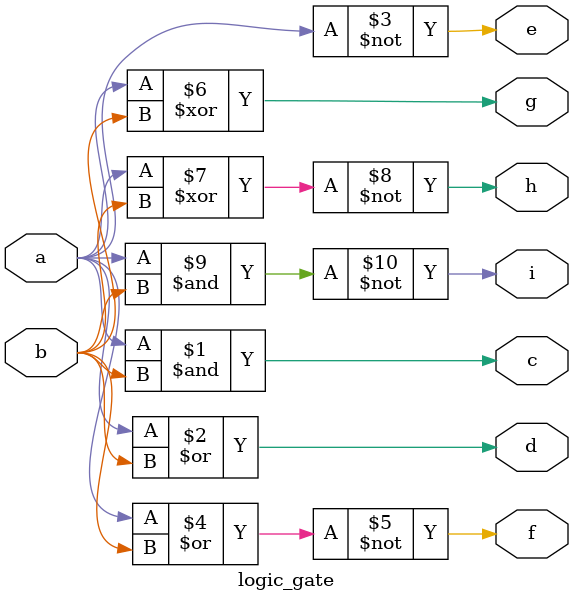
<source format=v>
module logic_gate(
    input a,
    input b,
    output c, d, e, f, g, h, i);

assign c = a & b;   
assign d = a | b;   
assign e = ~a;      
assign f = ~(a | b); 
assign g = a ^ b;   
assign h = ~(a ^ b); 
assign i = ~(a & b); 

endmodule

</source>
